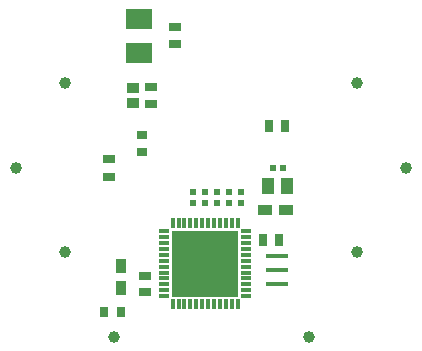
<source format=gbr>
%TF.GenerationSoftware,Altium Limited,Altium Designer,25.8.1 (18)*%
G04 Layer_Color=128*
%FSLAX45Y45*%
%MOMM*%
%TF.SameCoordinates,DBAD572D-54B9-4E5B-BD18-095DBB1A99D2*%
%TF.FilePolarity,Positive*%
%TF.FileFunction,Paste,Bot*%
%TF.Part,Single*%
G01*
G75*
%TA.AperFunction,SMDPad,CuDef*%
%ADD15R,0.65000X0.90000*%
%ADD16R,0.98000X0.88000*%
G04:AMPARAMS|DCode=23|XSize=1mm|YSize=1mm|CornerRadius=0.5mm|HoleSize=0mm|Usage=FLASHONLY|Rotation=0.000|XOffset=0mm|YOffset=0mm|HoleType=Round|Shape=RoundedRectangle|*
%AMROUNDEDRECTD23*
21,1,1.00000,0.00000,0,0,0.0*
21,1,0.00000,1.00000,0,0,0.0*
1,1,1.00000,0.00000,0.00000*
1,1,1.00000,0.00000,0.00000*
1,1,1.00000,0.00000,0.00000*
1,1,1.00000,0.00000,0.00000*
%
%ADD23ROUNDEDRECTD23*%
G04:AMPARAMS|DCode=24|XSize=1mm|YSize=1mm|CornerRadius=0.5mm|HoleSize=0mm|Usage=FLASHONLY|Rotation=300.000|XOffset=0mm|YOffset=0mm|HoleType=Round|Shape=RoundedRectangle|*
%AMROUNDEDRECTD24*
21,1,1.00000,0.00000,0,0,300.0*
21,1,0.00000,1.00000,0,0,300.0*
1,1,1.00000,0.00000,0.00000*
1,1,1.00000,0.00000,0.00000*
1,1,1.00000,0.00000,0.00000*
1,1,1.00000,0.00000,0.00000*
%
%ADD24ROUNDEDRECTD24*%
G04:AMPARAMS|DCode=26|XSize=1mm|YSize=1mm|CornerRadius=0.5mm|HoleSize=0mm|Usage=FLASHONLY|Rotation=240.000|XOffset=0mm|YOffset=0mm|HoleType=Round|Shape=RoundedRectangle|*
%AMROUNDEDRECTD26*
21,1,1.00000,0.00000,0,0,240.0*
21,1,0.00000,1.00000,0,0,240.0*
1,1,1.00000,0.00000,0.00000*
1,1,1.00000,0.00000,0.00000*
1,1,1.00000,0.00000,0.00000*
1,1,1.00000,0.00000,0.00000*
%
%ADD26ROUNDEDRECTD26*%
%ADD28R,0.78000X0.98000*%
%ADD39R,2.30000X1.80000*%
%ADD40R,1.02000X1.47000*%
%ADD41R,1.30000X0.95000*%
%ADD42R,1.90000X0.40005*%
%ADD43R,0.55880X0.55880*%
%ADD44R,0.90000X0.65000*%
%ADD45R,0.98000X0.78000*%
%ADD46R,0.55880X0.55880*%
%ADD47R,0.85000X0.30000*%
%ADD48R,0.30000X0.85000*%
%ADD49R,1.00000X0.80000*%
%ADD50R,5.70000X5.70000*%
%ADD51R,0.95000X1.30000*%
D15*
X-762002Y-1219202D02*
D03*
X-907000D02*
D03*
D16*
X-660402Y672601D02*
D03*
Y546601D02*
D03*
D23*
X-826010Y-1431012D02*
D03*
X-1239014Y-715012D02*
D03*
X1239010Y715008D02*
D03*
D24*
X1651989Y-2D02*
D03*
X-1651992D02*
D03*
X-1239014Y715008D02*
D03*
X1239010Y-716012D02*
D03*
D26*
X826006Y-1431012D02*
D03*
D28*
X438001Y-609602D02*
D03*
X578001D02*
D03*
X488801Y355598D02*
D03*
X628801D02*
D03*
D39*
X-609602Y972600D02*
D03*
Y1262602D02*
D03*
D40*
X478798Y-152402D02*
D03*
X638798D02*
D03*
D41*
X457198Y-355602D02*
D03*
X637198D02*
D03*
D42*
X558798Y-743612D02*
D03*
Y-863602D02*
D03*
Y-983591D02*
D03*
D43*
X520698Y-2D02*
D03*
X609598D02*
D03*
D44*
X-587900Y275700D02*
D03*
Y130702D02*
D03*
D45*
X-508002Y539601D02*
D03*
Y679601D02*
D03*
X-304802Y1187601D02*
D03*
X-558802Y-1054401D02*
D03*
X-304802Y1047601D02*
D03*
X-558802Y-914402D02*
D03*
D46*
X-152402Y-209552D02*
D03*
X50798D02*
D03*
Y-298452D02*
D03*
X-50802Y-209552D02*
D03*
Y-298452D02*
D03*
X-152402D02*
D03*
X152398Y-209552D02*
D03*
X253998D02*
D03*
Y-298452D02*
D03*
X152398D02*
D03*
D47*
X294201Y-637801D02*
D03*
Y-537801D02*
D03*
Y-587798D02*
D03*
X-395800Y-1087802D02*
D03*
Y-837800D02*
D03*
X294201D02*
D03*
X-395800Y-537801D02*
D03*
Y-587798D02*
D03*
Y-637801D02*
D03*
Y-687798D02*
D03*
Y-737800D02*
D03*
Y-787798D02*
D03*
Y-887798D02*
D03*
Y-937800D02*
D03*
Y-987797D02*
D03*
Y-1037800D02*
D03*
X294201Y-1087802D02*
D03*
Y-1037800D02*
D03*
Y-987797D02*
D03*
Y-937800D02*
D03*
Y-887798D02*
D03*
Y-787798D02*
D03*
Y-737800D02*
D03*
Y-687798D02*
D03*
D48*
X-275800Y-1157800D02*
D03*
X-325797D02*
D03*
X224199Y-467798D02*
D03*
X174202D02*
D03*
X124199D02*
D03*
X74202D02*
D03*
X24199D02*
D03*
X-25798D02*
D03*
X-75800D02*
D03*
X-125798D02*
D03*
X-175800D02*
D03*
X-225798D02*
D03*
X-275800D02*
D03*
X-325797D02*
D03*
X-225798Y-1157800D02*
D03*
X-175800D02*
D03*
X-125798D02*
D03*
X-75800D02*
D03*
X-25798D02*
D03*
X24199D02*
D03*
X74202D02*
D03*
X124199D02*
D03*
X174202D02*
D03*
X224199D02*
D03*
D49*
X-863602Y-74998D02*
D03*
Y75000D02*
D03*
D50*
X-50802Y-812802D02*
D03*
D51*
X-762002Y-1016002D02*
D03*
Y-836002D02*
D03*
%TF.MD5,0c8cc80da1b5b3dee4e2d0452ad12fb0*%
M02*

</source>
